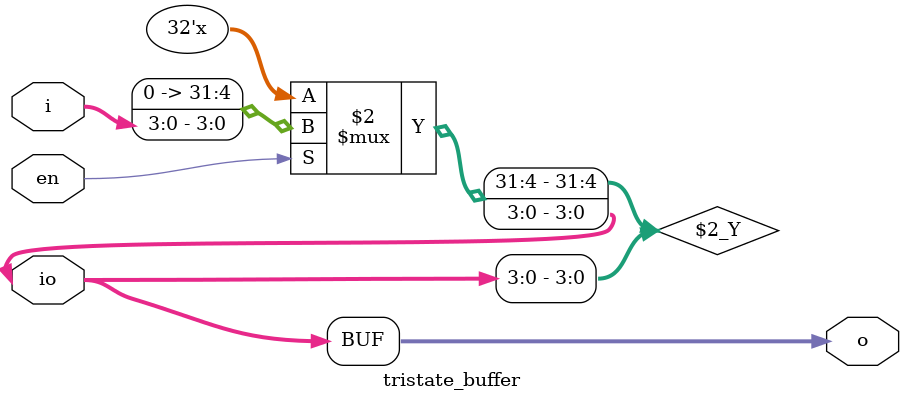
<source format=sv>
module tristate_buffer
#(
    parameter WIDTH = 4
)
(
    input              en,
    input  [WIDTH-1:0] i,
    output [WIDTH-1:0] o,
    inout  [WIDTH-1:0] io
);

    assign o  = io;
    assign io = en ? i : 'bZ;

endmodule
</source>
